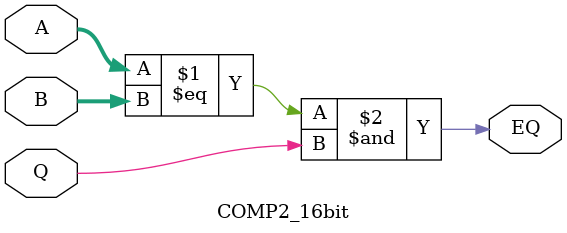
<source format=v>
module COMP2_16bit(input [15:0] A, output wire EQ,
                   input [15:0] B, 
                   input Q);

  assign EQ = (A == B) & Q;

endmodule
</source>
